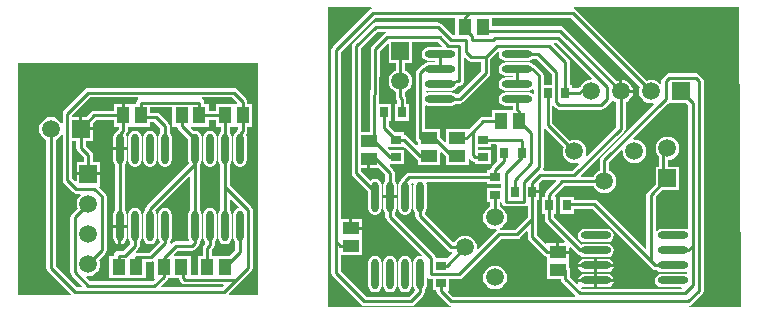
<source format=gtl>
G04 Layer_Physical_Order=1*
G04 Layer_Color=255*
%FSLAX25Y25*%
%MOIN*%
G70*
G01*
G75*
%ADD10R,0.04331X0.05512*%
%ADD11O,0.02362X0.10039*%
%ADD12O,0.10039X0.02362*%
%ADD13R,0.03543X0.02756*%
%ADD14R,0.05512X0.04331*%
%ADD15R,0.02756X0.03543*%
%ADD16C,0.01000*%
%ADD17C,0.05906*%
%ADD18R,0.05906X0.05906*%
%ADD19R,0.05906X0.05906*%
G36*
X592282Y193211D02*
X591352D01*
X587481Y197081D01*
X586985Y197413D01*
X586400Y197529D01*
X565700D01*
X565115Y197413D01*
X564619Y197081D01*
X558119Y190581D01*
X557787Y190085D01*
X557671Y189500D01*
Y147400D01*
X557787Y146815D01*
X558119Y146319D01*
X563276Y141161D01*
Y135555D01*
X563445Y134704D01*
X563928Y133983D01*
X564649Y133501D01*
X565500Y133331D01*
X566351Y133501D01*
X567072Y133983D01*
X567555Y134704D01*
X567724Y135555D01*
Y143232D01*
X567555Y144083D01*
X567072Y144805D01*
X566351Y145287D01*
X565500Y145456D01*
X564649Y145287D01*
X563946Y144817D01*
X560729Y148033D01*
Y148882D01*
X563000D01*
Y152047D01*
X564000D01*
Y148882D01*
X566855D01*
X568971Y146766D01*
Y144834D01*
X568927Y144805D01*
X568445Y144083D01*
X568276Y143232D01*
Y139894D01*
X572724D01*
Y143232D01*
X572555Y144083D01*
X572073Y144805D01*
X572029Y144834D01*
Y147400D01*
X571913Y147985D01*
X571581Y148481D01*
X570356Y149707D01*
X570547Y150169D01*
X575272D01*
Y154925D01*
X570391D01*
X569741Y155575D01*
X569948Y156075D01*
X575272D01*
X575272Y156075D01*
Y156075D01*
X575662Y155828D01*
X579524Y151966D01*
X579744Y151819D01*
Y149882D01*
X587256D01*
Y154081D01*
X587718Y154272D01*
X589244Y152746D01*
Y149882D01*
X596756D01*
Y151934D01*
X597256Y152128D01*
X597919Y151466D01*
X598415Y151134D01*
X598728Y151072D01*
Y150169D01*
X604272D01*
Y154925D01*
X599729D01*
Y156075D01*
X604272D01*
Y156923D01*
X605732D01*
X606169Y156772D01*
Y151232D01*
X604419Y149481D01*
X604087Y148985D01*
X603971Y148400D01*
Y148331D01*
X602728D01*
Y147482D01*
X576953D01*
X576368Y147366D01*
X575871Y147034D01*
X574419Y145581D01*
X574087Y145085D01*
X574047Y144885D01*
X573927Y144805D01*
X573445Y144083D01*
X573276Y143232D01*
Y135555D01*
X573445Y134704D01*
X573927Y133983D01*
X574649Y133501D01*
X575500Y133331D01*
X576351Y133501D01*
X577072Y133983D01*
X577555Y134704D01*
X577724Y135555D01*
Y143232D01*
X577637Y143667D01*
X577992Y144147D01*
X578008Y144148D01*
X578374Y143726D01*
X578276Y143232D01*
Y135555D01*
X578445Y134704D01*
X578928Y133983D01*
X578971Y133954D01*
Y132953D01*
X579087Y132367D01*
X579419Y131871D01*
X589871Y121419D01*
X590367Y121087D01*
X590953Y120971D01*
X591154D01*
X591346Y120509D01*
X589668Y118831D01*
X585729D01*
Y119100D01*
X585613Y119685D01*
X585282Y120181D01*
X572029Y133433D01*
Y133954D01*
X572073Y133983D01*
X572555Y134704D01*
X572724Y135555D01*
Y138894D01*
X568276D01*
Y135555D01*
X568445Y134704D01*
X568927Y133983D01*
X568971Y133954D01*
Y132800D01*
X569087Y132215D01*
X569419Y131719D01*
X581073Y120064D01*
X580826Y119604D01*
X580500Y119669D01*
X579649Y119499D01*
X578928Y119017D01*
X578445Y118296D01*
X578276Y117445D01*
Y109768D01*
X578445Y108917D01*
X578928Y108195D01*
X578636Y107799D01*
X576934Y106097D01*
X562566D01*
X554029Y114634D01*
Y119882D01*
X561256D01*
Y125787D01*
Y128453D01*
X557500D01*
Y128953D01*
X557000D01*
Y132118D01*
X554029D01*
Y187666D01*
X565381Y199018D01*
X592282D01*
Y193211D01*
D02*
G37*
G36*
X637814Y178923D02*
X637593Y178475D01*
X637500Y178487D01*
X636468Y178351D01*
X635507Y177953D01*
X634681Y177319D01*
X634047Y176493D01*
X633824Y175955D01*
X633615Y175913D01*
X633119Y175581D01*
X633067Y175529D01*
X631331D01*
Y176772D01*
X630482D01*
Y184219D01*
X630366Y184804D01*
X630034Y185300D01*
X625026Y190309D01*
X625217Y190771D01*
X625967D01*
X637814Y178923D01*
D02*
G37*
G36*
X606971Y187701D02*
X606831Y187000D01*
X607001Y186149D01*
X607483Y185427D01*
X608204Y184945D01*
X609055Y184776D01*
X616732D01*
X617583Y184945D01*
X618305Y185427D01*
X618334Y185471D01*
X619367D01*
X624471Y180367D01*
Y176772D01*
X621698D01*
Y179831D01*
X621582Y180416D01*
X621250Y180912D01*
X619081Y183081D01*
X618585Y183413D01*
X618385Y183453D01*
X618305Y183572D01*
X617583Y184055D01*
X616732Y184224D01*
X609055D01*
X608204Y184055D01*
X607483Y183572D01*
X607001Y182851D01*
X606831Y182000D01*
X607001Y181149D01*
X607483Y180428D01*
X608204Y179946D01*
X609055Y179776D01*
X611364D01*
Y179224D01*
X609055D01*
X608204Y179054D01*
X607483Y178572D01*
X607001Y177851D01*
X606831Y177000D01*
X607001Y176149D01*
X607483Y175427D01*
X608204Y174945D01*
X609055Y174776D01*
X616732D01*
X617583Y174945D01*
X618140Y175317D01*
X618640Y175097D01*
Y173903D01*
X618140Y173683D01*
X617583Y174055D01*
X616732Y174224D01*
X609055D01*
X608204Y174055D01*
X607483Y173573D01*
X607001Y172851D01*
X606831Y172000D01*
X607001Y171149D01*
X607483Y170428D01*
X608204Y169946D01*
X609055Y169776D01*
X611364D01*
Y168459D01*
X611198Y168256D01*
X604382D01*
Y166029D01*
X601547D01*
X600962Y165913D01*
X600466Y165581D01*
X597182Y162297D01*
X596756Y162118D01*
X596756Y162118D01*
Y162118D01*
X596756Y162118D01*
X589244D01*
Y157725D01*
X588782Y157534D01*
X587256Y159060D01*
Y162118D01*
X582077D01*
Y169617D01*
X582577Y169914D01*
X583268Y169776D01*
X590945D01*
X591796Y169946D01*
X592518Y170428D01*
X592546Y170471D01*
X593700D01*
X594285Y170587D01*
X594781Y170919D01*
X603481Y179619D01*
X603813Y180115D01*
X603929Y180700D01*
Y185366D01*
X606510Y187947D01*
X606971Y187701D01*
D02*
G37*
G36*
X596407Y184919D02*
X596903Y184587D01*
X597488Y184471D01*
X600871D01*
Y181333D01*
X593067Y173529D01*
X592546D01*
X592518Y173573D01*
X591796Y174055D01*
X590945Y174224D01*
X583268D01*
X582840Y174139D01*
X582373Y174500D01*
X582840Y174861D01*
X583268Y174776D01*
X590945D01*
X591796Y174945D01*
X592518Y175427D01*
X593000Y176149D01*
X593042Y176363D01*
X593858Y176488D01*
X594031Y176551D01*
X594211Y176587D01*
X594309Y176652D01*
X594419Y176692D01*
X594555Y176816D01*
X594708Y176919D01*
X594773Y177016D01*
X594859Y177095D01*
X594937Y177262D01*
X595039Y177415D01*
X595062Y177530D01*
X595112Y177636D01*
X595120Y177820D01*
X595156Y178000D01*
Y185516D01*
X595617Y185708D01*
X596407Y184919D01*
D02*
G37*
G36*
X645507Y171047D02*
X645971Y170855D01*
Y162733D01*
X636171Y152934D01*
X635747Y153217D01*
X635851Y153468D01*
X635987Y154500D01*
X635851Y155532D01*
X635453Y156493D01*
X634819Y157319D01*
X633993Y157953D01*
X633032Y158351D01*
X632000Y158487D01*
X630968Y158351D01*
X630504Y158159D01*
X624577Y164086D01*
Y169553D01*
X625077Y169761D01*
X625919Y168919D01*
X626415Y168587D01*
X627000Y168471D01*
X641000D01*
X641585Y168587D01*
X642081Y168919D01*
X644081Y170919D01*
X644353Y171325D01*
X644754Y171460D01*
X644937Y171485D01*
X645507Y171047D01*
D02*
G37*
G36*
X519581Y170756D02*
X519374Y170256D01*
X512382D01*
Y168029D01*
X510118D01*
Y170256D01*
X508482D01*
Y170800D01*
X508366Y171385D01*
X508034Y171881D01*
X507751Y172071D01*
X507903Y172571D01*
X517767D01*
X519581Y170756D01*
D02*
G37*
G36*
X486655Y172071D02*
X486371Y171881D01*
X486040Y171385D01*
X485923Y170800D01*
Y170256D01*
X482047D01*
Y166500D01*
X481047D01*
Y170256D01*
X478382D01*
Y168029D01*
X472000D01*
X471415Y167913D01*
X470919Y167581D01*
X469290Y165953D01*
X468000D01*
Y162500D01*
X471453D01*
Y163790D01*
X472634Y164971D01*
X478382D01*
Y162744D01*
X480018D01*
Y162081D01*
X479419Y161481D01*
X479087Y160985D01*
X479070Y160900D01*
X478928Y160805D01*
X478445Y160083D01*
X478276Y159232D01*
Y155894D01*
X480500D01*
X482724D01*
Y159232D01*
X482555Y160083D01*
X482471Y160208D01*
X482629Y160366D01*
X482960Y160862D01*
X483077Y161447D01*
Y162744D01*
X490618D01*
Y164371D01*
X491966D01*
X493971Y162366D01*
Y160834D01*
X493927Y160805D01*
X493445Y160083D01*
X493276Y159232D01*
Y151555D01*
X493445Y150704D01*
X493927Y149983D01*
X494649Y149501D01*
X495500Y149331D01*
X496351Y149501D01*
X497073Y149983D01*
X497555Y150704D01*
X497724Y151555D01*
Y159232D01*
X497555Y160083D01*
X497073Y160805D01*
X497029Y160834D01*
Y163000D01*
X496913Y163585D01*
X496581Y164081D01*
X493681Y166981D01*
X493185Y167313D01*
X492600Y167429D01*
X490618D01*
Y169271D01*
X497882D01*
Y162744D01*
X499599D01*
X499634Y162567D01*
X499966Y162071D01*
X503276Y158761D01*
Y151555D01*
X503445Y150704D01*
X503564Y150527D01*
X489419Y136381D01*
X489087Y135885D01*
X488971Y135300D01*
Y135046D01*
X488928Y135018D01*
X488445Y134296D01*
X488276Y133445D01*
Y125768D01*
X488445Y124917D01*
X488928Y124195D01*
X489649Y123713D01*
X490500Y123544D01*
X491351Y123713D01*
X492072Y124195D01*
X492555Y124917D01*
X492724Y125768D01*
Y133445D01*
X492555Y134296D01*
X492196Y134833D01*
X503509Y146146D01*
X503971Y145954D01*
Y135046D01*
X503928Y135018D01*
X503445Y134296D01*
X503276Y133445D01*
Y125768D01*
X503423Y125029D01*
X503149Y124529D01*
X499047D01*
X498462Y124413D01*
X497966Y124081D01*
X497677Y123793D01*
X497153Y123976D01*
X497120Y124267D01*
X497555Y124917D01*
X497724Y125768D01*
Y133445D01*
X497555Y134296D01*
X497073Y135018D01*
X496351Y135500D01*
X495500Y135669D01*
X494649Y135500D01*
X493927Y135018D01*
X493445Y134296D01*
X493276Y133445D01*
Y125768D01*
X493445Y124917D01*
X493769Y124432D01*
X490119Y120782D01*
X486052D01*
X485893Y121021D01*
X485831Y121268D01*
X486581Y122019D01*
X486913Y122515D01*
X487029Y123100D01*
Y124167D01*
X487073Y124195D01*
X487555Y124917D01*
X487724Y125768D01*
Y133445D01*
X487555Y134296D01*
X487073Y135018D01*
X486351Y135500D01*
X485500Y135669D01*
X484649Y135500D01*
X483927Y135018D01*
X483445Y134296D01*
X483276Y133445D01*
Y125768D01*
X483445Y124917D01*
X483927Y124195D01*
X483939Y123702D01*
X481566Y121329D01*
X480047D01*
X479462Y121213D01*
X478966Y120881D01*
X478634Y120385D01*
X478518Y119800D01*
Y119756D01*
X476882D01*
Y112244D01*
X489118D01*
Y117723D01*
X490753D01*
X491338Y117840D01*
X491382Y117869D01*
X491882Y117602D01*
Y112244D01*
X491882D01*
X492028Y111891D01*
X491366Y111229D01*
X470634D01*
X469256Y112607D01*
X469490Y113080D01*
X470000Y113013D01*
X471032Y113149D01*
X471993Y113547D01*
X472819Y114181D01*
X473453Y115007D01*
X473851Y115968D01*
X473987Y117000D01*
X473851Y118032D01*
X473659Y118496D01*
X475581Y120419D01*
X475913Y120915D01*
X476029Y121500D01*
Y139500D01*
X475913Y140085D01*
X475581Y140581D01*
X473578Y142585D01*
X473769Y143047D01*
X473953D01*
Y146500D01*
X470000D01*
X466047D01*
Y144769D01*
X465585Y144578D01*
X464529Y145633D01*
Y158047D01*
X465971D01*
Y155700D01*
X466087Y155115D01*
X466419Y154619D01*
X468471Y152567D01*
Y150953D01*
X466047D01*
Y147500D01*
X470000D01*
X473953D01*
Y150953D01*
X471529D01*
Y153200D01*
X471413Y153785D01*
X471081Y154281D01*
X469029Y156333D01*
Y158047D01*
X471453D01*
Y161500D01*
X467500D01*
Y162000D01*
X467000D01*
Y165953D01*
X464529D01*
Y166466D01*
X470634Y172571D01*
X486503D01*
X486655Y172071D01*
D02*
G37*
G36*
X587723Y189686D02*
X587531Y189224D01*
X583268D01*
X582417Y189055D01*
X581695Y188573D01*
X581213Y187851D01*
X581044Y187000D01*
X581213Y186149D01*
X581695Y185427D01*
X582417Y184945D01*
X583268Y184776D01*
X585577D01*
Y184224D01*
X583268D01*
X582417Y184055D01*
X581695Y183572D01*
X581615Y183453D01*
X581415Y183413D01*
X580919Y183081D01*
X579466Y181629D01*
X579134Y181132D01*
X579018Y180547D01*
Y158953D01*
X579134Y158368D01*
X579466Y157871D01*
X579744Y157685D01*
Y156779D01*
X579244Y156572D01*
X576281Y159534D01*
X575785Y159866D01*
X575272Y159968D01*
Y160831D01*
X572285D01*
X570077Y163039D01*
Y164728D01*
X570925D01*
Y170272D01*
X567246D01*
X566895Y170627D01*
X567121Y187958D01*
X569585Y190422D01*
X570047Y190231D01*
Y184047D01*
X572471D01*
Y181645D01*
X572007Y181453D01*
X571181Y180819D01*
X570547Y179993D01*
X570149Y179032D01*
X570013Y178000D01*
X570149Y176968D01*
X570547Y176007D01*
X571181Y175181D01*
X572007Y174547D01*
X572471Y174355D01*
Y172500D01*
X572587Y171915D01*
X572919Y171419D01*
X572923Y171414D01*
Y170272D01*
X572075D01*
Y164728D01*
X576831D01*
Y170272D01*
X575982D01*
Y172047D01*
X575866Y172633D01*
X575534Y173129D01*
X575529Y173134D01*
Y174355D01*
X575993Y174547D01*
X576819Y175181D01*
X577453Y176007D01*
X577851Y176968D01*
X577987Y178000D01*
X577851Y179032D01*
X577453Y179993D01*
X576819Y180819D01*
X575993Y181453D01*
X575529Y181645D01*
Y184047D01*
X577953D01*
Y190971D01*
X586438D01*
X587723Y189686D01*
D02*
G37*
G36*
X569205Y193971D02*
X568915Y193913D01*
X568419Y193581D01*
X564519Y189681D01*
X564358Y189441D01*
X564195Y189204D01*
X564193Y189194D01*
X564187Y189185D01*
X564131Y188902D01*
X564071Y188620D01*
X563712Y161118D01*
X560729D01*
Y188866D01*
X566333Y194471D01*
X569155D01*
X569205Y193971D01*
D02*
G37*
G36*
X526471Y106529D02*
X516899D01*
X516692Y107029D01*
X520281Y110619D01*
X520282Y110619D01*
X524281Y114619D01*
X524613Y115115D01*
X524729Y115700D01*
Y135000D01*
X524613Y135585D01*
X524281Y136081D01*
X517029Y143333D01*
Y149954D01*
X517072Y149983D01*
X517555Y150704D01*
X517724Y151555D01*
Y159232D01*
X517555Y160083D01*
X517072Y160805D01*
X517051Y160819D01*
X517077Y160947D01*
Y162744D01*
X519923D01*
Y161986D01*
X519419Y161481D01*
X519087Y160985D01*
X519070Y160900D01*
X518927Y160805D01*
X518445Y160083D01*
X518276Y159232D01*
Y151555D01*
X518445Y150704D01*
X518927Y149983D01*
X519649Y149501D01*
X520500Y149331D01*
X521351Y149501D01*
X522073Y149983D01*
X522555Y150704D01*
X522724Y151555D01*
Y159232D01*
X522555Y160083D01*
X522471Y160208D01*
X522534Y160271D01*
X522866Y160767D01*
X522982Y161353D01*
Y162744D01*
X524618D01*
Y170256D01*
X522982D01*
Y171047D01*
X522866Y171633D01*
X522534Y172129D01*
X519481Y175181D01*
X518985Y175513D01*
X518400Y175629D01*
X470000D01*
X469415Y175513D01*
X468919Y175181D01*
X461919Y168181D01*
X461587Y167685D01*
X461471Y167100D01*
Y164050D01*
X460971Y163950D01*
X460953Y163993D01*
X460319Y164819D01*
X459493Y165453D01*
X458532Y165851D01*
X457500Y165987D01*
X456468Y165851D01*
X455507Y165453D01*
X454681Y164819D01*
X454047Y163993D01*
X453649Y163032D01*
X453513Y162000D01*
X453649Y160968D01*
X454047Y160007D01*
X454681Y159181D01*
X455507Y158547D01*
X455971Y158355D01*
Y115700D01*
X456087Y115114D01*
X456419Y114618D01*
X464008Y107029D01*
X463800Y106529D01*
X446529D01*
Y183971D01*
X526471D01*
Y106529D01*
D02*
G37*
G36*
X628341Y155996D02*
X628149Y155532D01*
X628013Y154500D01*
X628149Y153468D01*
X628547Y152507D01*
X629181Y151681D01*
X630007Y151047D01*
X630968Y150649D01*
X632000Y150513D01*
X633032Y150649D01*
X633283Y150753D01*
X633566Y150329D01*
X631366Y148129D01*
X621748D01*
X621481Y148629D01*
X621582Y148781D01*
X621698Y149366D01*
Y161932D01*
X622198Y162139D01*
X628341Y155996D01*
D02*
G37*
G36*
X653841Y175996D02*
X653649Y175532D01*
X653513Y174500D01*
X653649Y173468D01*
X654047Y172507D01*
X654681Y171681D01*
X655507Y171047D01*
X656468Y170649D01*
X657500Y170513D01*
X658241Y170611D01*
X658474Y170137D01*
X640919Y152581D01*
X640587Y152085D01*
X640471Y151500D01*
Y148145D01*
X640007Y147953D01*
X639181Y147319D01*
X638547Y146493D01*
X638355Y146029D01*
X634246D01*
X634054Y146491D01*
X648581Y161019D01*
X648913Y161515D01*
X649029Y162100D01*
Y170855D01*
X649493Y171047D01*
X650319Y171681D01*
X650953Y172507D01*
X651351Y173468D01*
X651421Y174000D01*
X647500D01*
Y174500D01*
X647000D01*
Y178421D01*
X646468Y178351D01*
X646004Y178159D01*
X628281Y195881D01*
X627785Y196213D01*
X627200Y196329D01*
X604518D01*
Y199018D01*
X630819D01*
X653841Y175996D01*
D02*
G37*
G36*
X669971Y169867D02*
Y128851D01*
X669471Y128577D01*
X668732Y128724D01*
X661055D01*
X660204Y128554D01*
X659529Y128104D01*
X659029Y128226D01*
Y139366D01*
X661210Y141547D01*
X666953D01*
Y149453D01*
X663129D01*
Y151530D01*
X664032Y151649D01*
X664993Y152047D01*
X665819Y152681D01*
X666453Y153507D01*
X666851Y154468D01*
X666987Y155500D01*
X666851Y156532D01*
X666453Y157493D01*
X665819Y158319D01*
X664993Y158953D01*
X664032Y159351D01*
X663000Y159487D01*
X661968Y159351D01*
X661007Y158953D01*
X660181Y158319D01*
X659547Y157493D01*
X659149Y156532D01*
X659013Y155500D01*
X659149Y154468D01*
X659547Y153507D01*
X660071Y152824D01*
Y149453D01*
X659047D01*
Y143710D01*
X656419Y141081D01*
X656087Y140585D01*
X655971Y140000D01*
Y122346D01*
X655509Y122154D01*
X639681Y137981D01*
X639185Y138313D01*
X638600Y138429D01*
X631831D01*
Y139272D01*
X627075D01*
Y133728D01*
X631831D01*
Y135371D01*
X637966D01*
X656419Y116919D01*
X657919Y115419D01*
X658415Y115087D01*
X659000Y114971D01*
X659454D01*
X659482Y114927D01*
X660204Y114445D01*
X661055Y114276D01*
X668732D01*
X669262Y114382D01*
X669722Y114035D01*
Y113965D01*
X669262Y113619D01*
X668732Y113724D01*
X661055D01*
X660204Y113555D01*
X659482Y113073D01*
X659000Y112351D01*
X658831Y111500D01*
X659000Y110649D01*
X659482Y109927D01*
X660204Y109446D01*
X661055Y109276D01*
X667409D01*
X667676Y108776D01*
X667645Y108729D01*
X634498D01*
X634319Y108955D01*
X634597Y109410D01*
X635268Y109276D01*
X638606D01*
Y111000D01*
X633143D01*
X633213Y110649D01*
X632809Y110354D01*
X630529Y112634D01*
Y115047D01*
X630413Y115632D01*
X630256Y115867D01*
Y117787D01*
Y120453D01*
X626500D01*
Y120953D01*
X626000D01*
Y124118D01*
X622744D01*
Y123925D01*
X622282Y123733D01*
X619482Y126533D01*
Y132000D01*
Y138228D01*
X620331D01*
Y140500D01*
X617953D01*
Y141500D01*
X620331D01*
Y143772D01*
X620331D01*
X620215Y144052D01*
X621234Y145071D01*
X625754D01*
X625946Y144609D01*
X622466Y141129D01*
X622134Y140632D01*
X622018Y140047D01*
Y139272D01*
X621169D01*
Y133728D01*
X622018D01*
Y131953D01*
X622134Y131368D01*
X622466Y130871D01*
X628757Y124580D01*
X628566Y124118D01*
X627000D01*
Y121453D01*
X630256D01*
Y122428D01*
X630718Y122619D01*
X632919Y120419D01*
X633415Y120087D01*
X633615Y120047D01*
X633695Y119928D01*
X634417Y119446D01*
X635268Y119276D01*
X642945D01*
X643796Y119446D01*
X644517Y119928D01*
X644999Y120649D01*
X645169Y121500D01*
X644999Y122351D01*
X644517Y123073D01*
X643796Y123555D01*
X642945Y123724D01*
X635268D01*
X634417Y123555D01*
X634232Y123431D01*
X625077Y132586D01*
Y133728D01*
X625925D01*
Y139272D01*
X625642D01*
X625434Y139772D01*
X628633Y142971D01*
X638355D01*
X638547Y142507D01*
X639181Y141681D01*
X640007Y141047D01*
X640968Y140649D01*
X642000Y140513D01*
X643032Y140649D01*
X643993Y141047D01*
X644819Y141681D01*
X645453Y142507D01*
X645851Y143468D01*
X645987Y144500D01*
X645851Y145532D01*
X645453Y146493D01*
X644819Y147319D01*
X643993Y147953D01*
X643529Y148145D01*
Y150866D01*
X647592Y154929D01*
X648040Y154708D01*
X648013Y154500D01*
X648149Y153468D01*
X648547Y152507D01*
X649181Y151681D01*
X650007Y151047D01*
X650968Y150649D01*
X652000Y150513D01*
X653032Y150649D01*
X653993Y151047D01*
X654819Y151681D01*
X655453Y152507D01*
X655851Y153468D01*
X655987Y154500D01*
X655851Y155532D01*
X655453Y156493D01*
X654819Y157319D01*
X653993Y157953D01*
X653032Y158351D01*
X652000Y158487D01*
X651792Y158459D01*
X651571Y158908D01*
X663078Y170415D01*
X663547Y170547D01*
Y170547D01*
X663547Y170547D01*
X669290D01*
X669971Y169867D01*
D02*
G37*
G36*
X607687Y137115D02*
X608019Y136619D01*
X608515Y136287D01*
X609100Y136171D01*
X615075D01*
X615660Y136287D01*
X615923Y136463D01*
X616423Y136196D01*
Y132633D01*
X612225Y128435D01*
X607322D01*
X607222Y128935D01*
X607493Y129047D01*
X608319Y129681D01*
X608953Y130507D01*
X609351Y131468D01*
X609487Y132500D01*
X609351Y133532D01*
X608953Y134493D01*
X608319Y135319D01*
X607493Y135953D01*
X607029Y136145D01*
Y137669D01*
X607577D01*
X607687Y137115D01*
D02*
G37*
G36*
X602728Y143575D02*
X607571D01*
Y142425D01*
X602728D01*
Y137669D01*
X603971D01*
Y136145D01*
X603507Y135953D01*
X602681Y135319D01*
X602047Y134493D01*
X601649Y133532D01*
X601513Y132500D01*
X601649Y131468D01*
X602047Y130507D01*
X602681Y129681D01*
X603507Y129047D01*
X604468Y128649D01*
X605500Y128513D01*
X605881Y128563D01*
X606062Y128083D01*
X605919Y127987D01*
X599924Y121993D01*
X599451Y122226D01*
X599487Y122500D01*
X599351Y123532D01*
X598953Y124493D01*
X598319Y125319D01*
X597493Y125953D01*
X596532Y126351D01*
X595500Y126487D01*
X594468Y126351D01*
X593507Y125953D01*
X592681Y125319D01*
X592047Y124493D01*
X591971Y124308D01*
X591394Y124222D01*
X582116Y133500D01*
X582072Y133983D01*
X582555Y134704D01*
X582724Y135555D01*
Y143232D01*
X582586Y143923D01*
X582883Y144423D01*
X602728D01*
Y143575D01*
D02*
G37*
G36*
X512382Y162744D02*
X514018D01*
Y161137D01*
X513971Y160900D01*
Y160834D01*
X513928Y160805D01*
X513445Y160083D01*
X513276Y159232D01*
Y151555D01*
X513445Y150704D01*
X513928Y149983D01*
X513971Y149954D01*
Y142700D01*
Y135046D01*
X513928Y135018D01*
X513445Y134296D01*
X513276Y133445D01*
Y125768D01*
X513445Y124917D01*
X513928Y124195D01*
X514649Y123713D01*
X515500Y123544D01*
X516351Y123713D01*
X517072Y124195D01*
X517555Y124917D01*
X517724Y125768D01*
Y133445D01*
X517555Y134296D01*
X517072Y135018D01*
X517029Y135046D01*
Y138354D01*
X517491Y138546D01*
X520015Y136022D01*
X519870Y135544D01*
X519649Y135500D01*
X518927Y135018D01*
X518445Y134296D01*
X518276Y133445D01*
Y125768D01*
X518445Y124917D01*
X518927Y124195D01*
X518971Y124167D01*
Y121681D01*
X517046Y119756D01*
X511077D01*
Y121667D01*
X511581Y122171D01*
X511913Y122668D01*
X512029Y123253D01*
Y124167D01*
X512073Y124195D01*
X512555Y124917D01*
X512724Y125768D01*
Y133445D01*
X512555Y134296D01*
X512073Y135018D01*
X511351Y135500D01*
X510500Y135669D01*
X509649Y135500D01*
X508927Y135018D01*
X508445Y134296D01*
X508276Y133445D01*
Y125768D01*
X508445Y124917D01*
X508927Y124195D01*
X508812Y123727D01*
X508466Y123381D01*
X508134Y122885D01*
X508018Y122300D01*
Y119756D01*
X506382D01*
Y113229D01*
X504118D01*
Y119756D01*
X498619D01*
X498428Y120218D01*
X499681Y121471D01*
X504500D01*
X505085Y121587D01*
X505581Y121919D01*
X506581Y122919D01*
X506913Y123415D01*
X507029Y124000D01*
Y124167D01*
X507072Y124195D01*
X507555Y124917D01*
X507724Y125768D01*
Y133445D01*
X507555Y134296D01*
X507072Y135018D01*
X507029Y135046D01*
Y149954D01*
X507072Y149983D01*
X507555Y150704D01*
X507724Y151555D01*
Y159232D01*
X507555Y160083D01*
X507072Y160805D01*
X506351Y161287D01*
X505500Y161456D01*
X505005Y161358D01*
X504081Y162282D01*
X504272Y162744D01*
X510118D01*
Y164971D01*
X512382D01*
Y162744D01*
D02*
G37*
G36*
X500514Y111338D02*
X500564Y111231D01*
X500587Y111115D01*
X500689Y110963D01*
X500766Y110797D01*
X500853Y110717D01*
X500919Y110619D01*
X501070Y110517D01*
X501205Y110393D01*
X501316Y110353D01*
X501415Y110287D01*
X501594Y110251D01*
X501766Y110189D01*
X501884Y110194D01*
X502000Y110171D01*
X514854D01*
X515046Y109709D01*
X514567Y109229D01*
X494346D01*
X494154Y109691D01*
X496129Y111666D01*
X496460Y112162D01*
X496477Y112244D01*
X500293D01*
X500514Y111338D01*
D02*
G37*
G36*
X461471Y159950D02*
Y145000D01*
X461587Y144415D01*
X461919Y143919D01*
X464919Y140919D01*
X465415Y140587D01*
X466000Y140471D01*
X467208D01*
X467378Y139971D01*
X467181Y139819D01*
X466547Y138993D01*
X466149Y138032D01*
X466013Y137000D01*
X466149Y135968D01*
X466341Y135504D01*
X464419Y133581D01*
X464087Y133085D01*
X463971Y132500D01*
Y114200D01*
X464087Y113615D01*
X464419Y113119D01*
X467846Y109691D01*
X467654Y109229D01*
X466133D01*
X459029Y116333D01*
Y158355D01*
X459493Y158547D01*
X460319Y159181D01*
X460953Y160007D01*
X460971Y160050D01*
X461471Y159950D01*
D02*
G37*
G36*
X616423Y127654D02*
Y125900D01*
X616540Y125315D01*
X616871Y124819D01*
X621819Y119871D01*
X622315Y119540D01*
X622744Y119454D01*
Y117787D01*
Y111882D01*
X627494D01*
X627587Y111415D01*
X627919Y110919D01*
X632308Y106529D01*
X632101Y106029D01*
X591634D01*
X589956Y107707D01*
X590147Y108169D01*
X590272D01*
Y111971D01*
X593594D01*
X594180Y112087D01*
X594676Y112419D01*
X607633Y125376D01*
X612858D01*
X613444Y125493D01*
X613940Y125824D01*
X615962Y127846D01*
X616423Y127654D01*
D02*
G37*
G36*
X687000Y202000D02*
X687498Y102854D01*
X687146Y102500D01*
X670197D01*
X670148Y103000D01*
X670585Y103087D01*
X671081Y103419D01*
X674581Y106919D01*
X674913Y107415D01*
X675029Y108000D01*
Y178000D01*
X674913Y178585D01*
X674581Y179081D01*
X673581Y180081D01*
X673085Y180413D01*
X672500Y180529D01*
X663500D01*
X662915Y180413D01*
X662419Y180081D01*
X661419Y179081D01*
X661087Y178585D01*
X660971Y178000D01*
Y177292D01*
X660471Y177122D01*
X660319Y177319D01*
X659493Y177953D01*
X658532Y178351D01*
X657500Y178487D01*
X656468Y178351D01*
X656004Y178159D01*
X632534Y201629D01*
X632038Y201960D01*
X631838Y202000D01*
X631887Y202500D01*
X687000D01*
Y202000D01*
D02*
G37*
G36*
X564362D02*
X564162Y201960D01*
X563666Y201629D01*
X551419Y189381D01*
X551087Y188885D01*
X550971Y188300D01*
Y124547D01*
Y114000D01*
X551087Y113415D01*
X551419Y112919D01*
X560851Y103486D01*
X561348Y103154D01*
X561933Y103038D01*
X577567D01*
X578152Y103154D01*
X578649Y103486D01*
X581581Y106419D01*
X581913Y106915D01*
X582029Y107500D01*
Y108166D01*
X582072Y108195D01*
X582555Y108917D01*
X582724Y109768D01*
Y112127D01*
X582852Y112222D01*
X583224Y112348D01*
X583615Y112087D01*
X584200Y111971D01*
X584728D01*
Y108169D01*
X585971D01*
Y108000D01*
X586087Y107415D01*
X586419Y106919D01*
X589919Y103419D01*
X590415Y103087D01*
X590852Y103000D01*
X590803Y102500D01*
X550000D01*
Y202500D01*
X564313D01*
X564362Y202000D01*
D02*
G37*
%LPC*%
G36*
X561256Y132118D02*
X558000D01*
Y129453D01*
X561256D01*
Y132118D01*
D02*
G37*
G36*
X575500Y119669D02*
X574649Y119499D01*
X573927Y119017D01*
X573445Y118296D01*
X573276Y117445D01*
Y109768D01*
X573445Y108917D01*
X573927Y108195D01*
X574649Y107713D01*
X575500Y107544D01*
X576351Y107713D01*
X577072Y108195D01*
X577555Y108917D01*
X577724Y109768D01*
Y117445D01*
X577555Y118296D01*
X577072Y119017D01*
X576351Y119499D01*
X575500Y119669D01*
D02*
G37*
G36*
X570500D02*
X569649Y119499D01*
X568927Y119017D01*
X568445Y118296D01*
X568276Y117445D01*
Y109768D01*
X568445Y108917D01*
X568927Y108195D01*
X569649Y107713D01*
X570500Y107544D01*
X571351Y107713D01*
X572073Y108195D01*
X572555Y108917D01*
X572724Y109768D01*
Y117445D01*
X572555Y118296D01*
X572073Y119017D01*
X571351Y119499D01*
X570500Y119669D01*
D02*
G37*
G36*
X565500D02*
X564649Y119499D01*
X563928Y119017D01*
X563445Y118296D01*
X563276Y117445D01*
Y109768D01*
X563445Y108917D01*
X563928Y108195D01*
X564649Y107713D01*
X565500Y107544D01*
X566351Y107713D01*
X567072Y108195D01*
X567555Y108917D01*
X567724Y109768D01*
Y117445D01*
X567555Y118296D01*
X567072Y119017D01*
X566351Y119499D01*
X565500Y119669D01*
D02*
G37*
G36*
X490500Y161456D02*
X489649Y161287D01*
X488928Y160805D01*
X488445Y160083D01*
X488276Y159232D01*
Y151555D01*
X488445Y150704D01*
X488928Y149983D01*
X489649Y149501D01*
X490500Y149331D01*
X491351Y149501D01*
X492072Y149983D01*
X492555Y150704D01*
X492724Y151555D01*
Y159232D01*
X492555Y160083D01*
X492072Y160805D01*
X491351Y161287D01*
X490500Y161456D01*
D02*
G37*
G36*
X485500D02*
X484649Y161287D01*
X483927Y160805D01*
X483445Y160083D01*
X483276Y159232D01*
Y151555D01*
X483445Y150704D01*
X483927Y149983D01*
X484649Y149501D01*
X485500Y149331D01*
X486351Y149501D01*
X487073Y149983D01*
X487555Y150704D01*
X487724Y151555D01*
Y159232D01*
X487555Y160083D01*
X487073Y160805D01*
X486351Y161287D01*
X485500Y161456D01*
D02*
G37*
G36*
X482724Y154894D02*
X480500D01*
X478276D01*
Y151555D01*
X478445Y150704D01*
X478928Y149983D01*
X478971Y149954D01*
Y135046D01*
X478928Y135018D01*
X478445Y134296D01*
X478276Y133445D01*
Y130106D01*
X480500D01*
X482724D01*
Y133445D01*
X482555Y134296D01*
X482072Y135018D01*
X482029Y135046D01*
Y149954D01*
X482072Y149983D01*
X482555Y150704D01*
X482724Y151555D01*
Y154894D01*
D02*
G37*
G36*
Y129106D02*
X481000D01*
Y123644D01*
X481351Y123713D01*
X482072Y124195D01*
X482555Y124917D01*
X482724Y125768D01*
Y129106D01*
D02*
G37*
G36*
X480000D02*
X478276D01*
Y125768D01*
X478445Y124917D01*
X478928Y124195D01*
X479649Y123713D01*
X480000Y123644D01*
Y129106D01*
D02*
G37*
G36*
X648000Y178421D02*
Y175000D01*
X651421D01*
X651351Y175532D01*
X650953Y176493D01*
X650319Y177319D01*
X649493Y177953D01*
X648532Y178351D01*
X648000Y178421D01*
D02*
G37*
G36*
X642945Y128724D02*
X635268D01*
X634417Y128554D01*
X633695Y128073D01*
X633213Y127351D01*
X633044Y126500D01*
X633213Y125649D01*
X633695Y124927D01*
X634417Y124445D01*
X635268Y124276D01*
X642945D01*
X643796Y124445D01*
X644517Y124927D01*
X644999Y125649D01*
X645169Y126500D01*
X644999Y127351D01*
X644517Y128073D01*
X643796Y128554D01*
X642945Y128724D01*
D02*
G37*
G36*
Y118724D02*
X639606D01*
Y117000D01*
X645069D01*
X644999Y117351D01*
X644517Y118072D01*
X643796Y118554D01*
X642945Y118724D01*
D02*
G37*
G36*
X638606D02*
X635268D01*
X634417Y118554D01*
X633695Y118072D01*
X633213Y117351D01*
X633143Y117000D01*
X638606D01*
Y118724D01*
D02*
G37*
G36*
X645069Y116000D02*
X639606D01*
Y114276D01*
X642945D01*
X643796Y114445D01*
X644517Y114927D01*
X644999Y115649D01*
X645069Y116000D01*
D02*
G37*
G36*
X638606D02*
X633143D01*
X633213Y115649D01*
X633695Y114927D01*
X634417Y114445D01*
X635268Y114276D01*
X638606D01*
Y116000D01*
D02*
G37*
G36*
X642945Y113724D02*
X639606D01*
Y112000D01*
X645069D01*
X644999Y112351D01*
X644517Y113073D01*
X643796Y113555D01*
X642945Y113724D01*
D02*
G37*
G36*
X638606D02*
X635268D01*
X634417Y113555D01*
X633695Y113073D01*
X633213Y112351D01*
X633143Y112000D01*
X638606D01*
Y113724D01*
D02*
G37*
G36*
X645069Y111000D02*
X639606D01*
Y109276D01*
X642945D01*
X643796Y109446D01*
X644517Y109927D01*
X644999Y110649D01*
X645069Y111000D01*
D02*
G37*
G36*
X510500Y161456D02*
X509649Y161287D01*
X508927Y160805D01*
X508445Y160083D01*
X508276Y159232D01*
Y151555D01*
X508445Y150704D01*
X508927Y149983D01*
X509649Y149501D01*
X510500Y149331D01*
X511351Y149501D01*
X512073Y149983D01*
X512555Y150704D01*
X512724Y151555D01*
Y159232D01*
X512555Y160083D01*
X512073Y160805D01*
X511351Y161287D01*
X510500Y161456D01*
D02*
G37*
G36*
X605500Y116487D02*
X604468Y116351D01*
X603507Y115953D01*
X602681Y115319D01*
X602047Y114493D01*
X601649Y113532D01*
X601513Y112500D01*
X601649Y111468D01*
X602047Y110507D01*
X602681Y109681D01*
X603507Y109047D01*
X604468Y108649D01*
X605500Y108513D01*
X606532Y108649D01*
X607493Y109047D01*
X608319Y109681D01*
X608953Y110507D01*
X609351Y111468D01*
X609487Y112500D01*
X609351Y113532D01*
X608953Y114493D01*
X608319Y115319D01*
X607493Y115953D01*
X606532Y116351D01*
X605500Y116487D01*
D02*
G37*
%LPD*%
D10*
X500953Y116000D02*
D03*
X495047D02*
D03*
X487453Y166500D02*
D03*
X481547D02*
D03*
X506953D02*
D03*
X501047D02*
D03*
X485953Y116000D02*
D03*
X480047D02*
D03*
X515453D02*
D03*
X509547D02*
D03*
X521453Y166500D02*
D03*
X515547D02*
D03*
X613453Y164500D02*
D03*
X607547D02*
D03*
X595447Y196000D02*
D03*
X601353D02*
D03*
D11*
X480500Y129606D02*
D03*
X485500D02*
D03*
X490500D02*
D03*
X495500D02*
D03*
X480500Y155394D02*
D03*
X485500D02*
D03*
X490500D02*
D03*
X495500D02*
D03*
X505500Y129606D02*
D03*
X510500D02*
D03*
X515500D02*
D03*
X520500D02*
D03*
X505500Y155394D02*
D03*
X510500D02*
D03*
X515500D02*
D03*
X520500D02*
D03*
X580500Y139394D02*
D03*
X575500D02*
D03*
X570500D02*
D03*
X565500D02*
D03*
X580500Y113606D02*
D03*
X575500D02*
D03*
X570500D02*
D03*
X565500D02*
D03*
D12*
X587106Y187000D02*
D03*
Y182000D02*
D03*
Y177000D02*
D03*
Y172000D02*
D03*
X612894Y187000D02*
D03*
Y182000D02*
D03*
Y177000D02*
D03*
Y172000D02*
D03*
X639106Y126500D02*
D03*
Y121500D02*
D03*
Y116500D02*
D03*
Y111500D02*
D03*
X664894Y126500D02*
D03*
Y121500D02*
D03*
Y116500D02*
D03*
Y111500D02*
D03*
D13*
X601500Y152547D02*
D03*
Y158453D02*
D03*
X605500Y145953D02*
D03*
Y140047D02*
D03*
X587500Y116453D02*
D03*
Y110547D02*
D03*
X572500Y152547D02*
D03*
Y158453D02*
D03*
D14*
X583500Y153047D02*
D03*
Y158953D02*
D03*
X563500Y152047D02*
D03*
Y157953D02*
D03*
X593000Y158953D02*
D03*
Y153047D02*
D03*
X557500Y123047D02*
D03*
Y128953D02*
D03*
X626500Y115047D02*
D03*
Y120953D02*
D03*
D15*
X612047Y141000D02*
D03*
X617953D02*
D03*
X628953Y174000D02*
D03*
X623047D02*
D03*
X623547Y136500D02*
D03*
X629453D02*
D03*
X574453Y167500D02*
D03*
X568547D02*
D03*
X614453Y154000D02*
D03*
X608547D02*
D03*
D16*
X612894Y187000D02*
X620000D01*
X626000Y181000D01*
Y171000D02*
Y181000D01*
Y171000D02*
X627000Y170000D01*
X641000D01*
X643000Y172000D01*
Y175900D01*
X626600Y192300D02*
X643000Y175900D01*
X605600Y192300D02*
X626600D01*
X605000Y191700D02*
X605600Y192300D01*
X597687Y191700D02*
X605000D01*
X597687D02*
Y192960D01*
X595447Y195200D02*
X597687Y192960D01*
X595447Y195200D02*
Y196000D01*
X596994Y200547D02*
X631453D01*
X595447Y199000D02*
X596994Y200547D01*
X595447Y196000D02*
Y199000D01*
X631453Y200547D02*
X657500Y174500D01*
X552500Y188300D02*
X564747Y200547D01*
X552500Y124547D02*
Y188300D01*
Y124547D02*
X554000Y123047D01*
X557500D01*
X667500Y174500D02*
X671500Y170500D01*
Y123000D02*
Y170500D01*
X670000Y121500D02*
X671500Y123000D01*
X664894Y121500D02*
X670000D01*
X668700Y107200D02*
X671500Y110000D01*
X633800Y107200D02*
X668700D01*
X629000Y112000D02*
X633800Y107200D01*
X626500Y115047D02*
X629000D01*
X634200Y174500D02*
X637500D01*
X633700Y174000D02*
X634200Y174500D01*
X628953Y174000D02*
X633700D01*
X601353Y194800D02*
Y196000D01*
X627200Y194800D02*
X647500Y174500D01*
Y162100D02*
Y174500D01*
X632000Y146600D02*
X647500Y162100D01*
X620600Y146600D02*
X632000D01*
X617953Y143953D02*
X620600Y146600D01*
X617953Y141000D02*
Y143953D01*
X563500Y152047D02*
X565853D01*
X570500Y147400D01*
Y139394D02*
Y147400D01*
X617953Y125900D02*
X622900Y120953D01*
X626500D01*
X591106Y153047D02*
X593000D01*
X585200Y158953D02*
X591106Y153047D01*
X583500Y158953D02*
X585200D01*
X587106Y182000D02*
Y187000D01*
X582000Y182000D02*
X587106D01*
X580547Y180547D02*
X582000Y182000D01*
X580547Y158953D02*
X583500D01*
X598200Y153347D02*
Y161153D01*
Y153347D02*
X599000Y152547D01*
X601500D01*
X580606Y153047D02*
X583500D01*
X575200Y158453D02*
X580606Y153047D01*
X572500Y158453D02*
X575200D01*
X568547Y162406D02*
Y167500D01*
Y162406D02*
X572500Y158453D01*
X612894Y168459D02*
Y172000D01*
Y168459D02*
X613453Y167900D01*
Y164500D02*
Y167900D01*
Y164500D02*
X617400Y160553D01*
Y150500D02*
Y160553D01*
X612047Y145147D02*
X617400Y150500D01*
X612047Y141000D02*
Y145147D01*
X612894Y177000D02*
Y182000D01*
X618000D01*
X620169Y179831D01*
Y149366D02*
Y179831D01*
X615075Y144272D02*
X620169Y149366D01*
X615075Y137700D02*
Y144272D01*
X609100Y137700D02*
X615075D01*
X609100D02*
Y147347D01*
X614453Y152700D01*
Y154000D01*
X601500Y158453D02*
X614100D01*
X614453Y158100D01*
Y154000D02*
Y158100D01*
X580500Y132953D02*
Y139394D01*
Y132953D02*
X590953Y122500D01*
X595500D01*
X589453Y116453D02*
X595500Y122500D01*
X587500Y116453D02*
X589453D01*
X608547Y151447D02*
Y154000D01*
X605500Y148400D02*
X608547Y151447D01*
X605500Y145953D02*
Y148400D01*
X576953Y145953D02*
X605500D01*
X575500Y144500D02*
X576953Y145953D01*
X575500Y139394D02*
Y144500D01*
X623547Y131953D02*
Y136500D01*
Y131953D02*
X634000Y121500D01*
X639106D01*
X642000Y144500D02*
Y151500D01*
X662500Y172000D01*
Y178000D01*
X663500Y179000D01*
X672500D01*
X673500Y178000D01*
Y108000D02*
Y178000D01*
X587500Y108000D02*
Y110547D01*
X661600Y154100D02*
X663000Y155500D01*
X661600Y146900D02*
Y154100D01*
Y146900D02*
X663000Y145500D01*
X659000Y116500D02*
X664894D01*
X657500Y118000D02*
X659000Y116500D01*
X657500Y118000D02*
Y140000D01*
X663000Y145500D01*
X574000Y178000D02*
Y188000D01*
Y172500D02*
Y178000D01*
Y172500D02*
X574453Y172047D01*
Y167500D02*
Y172047D01*
X605500Y132500D02*
Y140047D01*
X623047Y163453D02*
X632000Y154500D01*
X623047Y163453D02*
Y174000D01*
X501047Y163153D02*
Y166500D01*
Y163153D02*
X505500Y158700D01*
Y155394D02*
Y158700D01*
X490500Y129606D02*
Y135300D01*
X505500Y129606D02*
Y150300D01*
X490500Y135300D02*
X505500Y150300D01*
Y155394D01*
Y124000D02*
Y129606D01*
X504500Y123000D02*
X505500Y124000D01*
X499047Y123000D02*
X504500D01*
X495047Y119000D02*
X499047Y123000D01*
X495047Y116000D02*
Y119000D01*
X465500Y132500D02*
X470000Y137000D01*
X465500Y114200D02*
Y132500D01*
Y114200D02*
X470000Y109700D01*
X492000D01*
X495047Y112747D01*
Y116000D01*
X485500Y123100D02*
Y129606D01*
X482200Y119800D02*
X485500Y123100D01*
X480047Y119800D02*
X482200D01*
X480047Y116000D02*
Y119800D01*
X495500Y124000D02*
Y129606D01*
X490753Y119253D02*
X495500Y124000D01*
X485953Y116000D02*
Y119253D01*
X510500Y123253D02*
Y129606D01*
X509547Y122300D02*
X510500Y123253D01*
X509547Y116000D02*
Y122300D01*
X520500Y121047D02*
Y129606D01*
X515453Y116000D02*
X520500Y121047D01*
Y155394D02*
Y160400D01*
X521453Y161353D01*
Y166500D01*
Y171047D01*
X518400Y174100D02*
X521453Y171047D01*
X470000Y174100D02*
X518400D01*
X463000Y167100D02*
X470000Y174100D01*
X463000Y145000D02*
Y167100D01*
Y145000D02*
X466000Y142000D01*
X472000D01*
X474500Y139500D01*
Y121500D02*
Y139500D01*
X470000Y117000D02*
X474500Y121500D01*
X480500Y129606D02*
Y155394D01*
Y160400D01*
X481547Y161447D01*
Y166500D01*
X472000D02*
X481547D01*
X467500Y162000D02*
X472000Y166500D01*
X467500Y155700D02*
Y162000D01*
Y155700D02*
X470000Y153200D01*
Y147000D02*
Y153200D01*
X495500Y155394D02*
Y163000D01*
X492600Y165900D02*
X495500Y163000D01*
X487453Y165900D02*
Y166500D01*
Y170800D01*
X506953D01*
Y166500D02*
Y170800D01*
Y166500D02*
X515547D01*
Y160947D02*
Y166500D01*
X515500Y160900D02*
X515547Y160947D01*
X515500Y155394D02*
Y160900D01*
Y142700D02*
Y155394D01*
Y129606D02*
Y142700D01*
X523200Y115700D02*
Y135000D01*
X519200Y111700D02*
X523200Y115700D01*
X502000Y111700D02*
X519200D01*
X500953Y116000D02*
X502000Y111700D01*
X515500Y142700D02*
X523200Y135000D01*
X465500Y107700D02*
X515200D01*
X457500Y115700D02*
X465500Y107700D01*
X457500Y115700D02*
Y162000D01*
X587106Y172000D02*
X593700D01*
X602400Y180700D01*
Y186000D01*
X606144Y189744D01*
X623427D01*
X628953Y174000D02*
Y184219D01*
X623427Y189744D02*
X628953Y184219D01*
X597488Y186000D02*
X602400D01*
X595687Y187801D02*
X597488Y186000D01*
X595687Y187801D02*
Y191681D01*
X590719D02*
X595687D01*
X586400Y196000D02*
X590719Y191681D01*
X565700Y196000D02*
X586400D01*
X559200Y189500D02*
X565700Y196000D01*
X559200Y147400D02*
Y189500D01*
Y147400D02*
X565500Y141100D01*
Y139394D02*
Y141100D01*
X617953Y132000D02*
Y141000D01*
X612858Y126906D02*
X617953Y132000D01*
X607000Y126906D02*
X612858D01*
X593594Y113500D02*
X607000Y126906D01*
X584200Y113500D02*
X593594D01*
X584200D02*
Y119100D01*
X570500Y132800D02*
X584200Y119100D01*
X570500Y132800D02*
Y139394D01*
X601547Y164500D02*
X607547D01*
X593000Y158953D02*
X596000D01*
X587106Y177000D02*
X593626Y178000D01*
X565200Y157953D02*
X570606Y152547D01*
X572500D01*
X593626Y178000D02*
Y189681D01*
X589890D02*
X593626D01*
X587071Y192500D02*
X589890Y189681D01*
X569500Y192500D02*
X587071D01*
X565600Y188600D02*
X569500Y192500D01*
X565200Y157953D02*
X565600Y188600D01*
X563500Y157953D02*
X565200D01*
X623547Y136500D02*
Y140047D01*
X628000Y144500D01*
X642000D01*
X629453Y136500D02*
Y136900D01*
X552500Y114000D02*
Y124547D01*
X564747Y200547D02*
X596994D01*
X629000Y112000D02*
Y115047D01*
X671500Y110000D02*
Y123000D01*
X601353Y194800D02*
X627200D01*
X617953Y125900D02*
Y132000D01*
X580547Y158953D02*
Y180547D01*
X596000Y158953D02*
X598200Y161153D01*
X601547Y164500D01*
X638600Y136900D02*
X657500Y118000D01*
X629453Y136900D02*
X638600D01*
X485953Y119253D02*
X490753D01*
X487453Y165900D02*
X492600D01*
X515200Y107700D02*
X519200Y111700D01*
X552500Y114000D02*
X561933Y104567D01*
X577567D01*
X580500Y107500D01*
Y113606D01*
X587500Y108000D02*
X591000Y104500D01*
X670000D01*
X673500Y108000D01*
D17*
X457500Y162000D02*
D03*
X470000Y117000D02*
D03*
Y127000D02*
D03*
Y137000D02*
D03*
X637500Y174500D02*
D03*
X647500D02*
D03*
X657500D02*
D03*
X574000Y178000D02*
D03*
X663000Y155500D02*
D03*
X652000Y154500D02*
D03*
X642000Y144500D02*
D03*
X632000Y154500D02*
D03*
X605500Y112500D02*
D03*
X595500Y122500D02*
D03*
X605500Y132500D02*
D03*
D18*
X467500Y162000D02*
D03*
X667500Y174500D02*
D03*
D19*
X470000Y147000D02*
D03*
X574000Y188000D02*
D03*
X663000Y145500D02*
D03*
M02*

</source>
